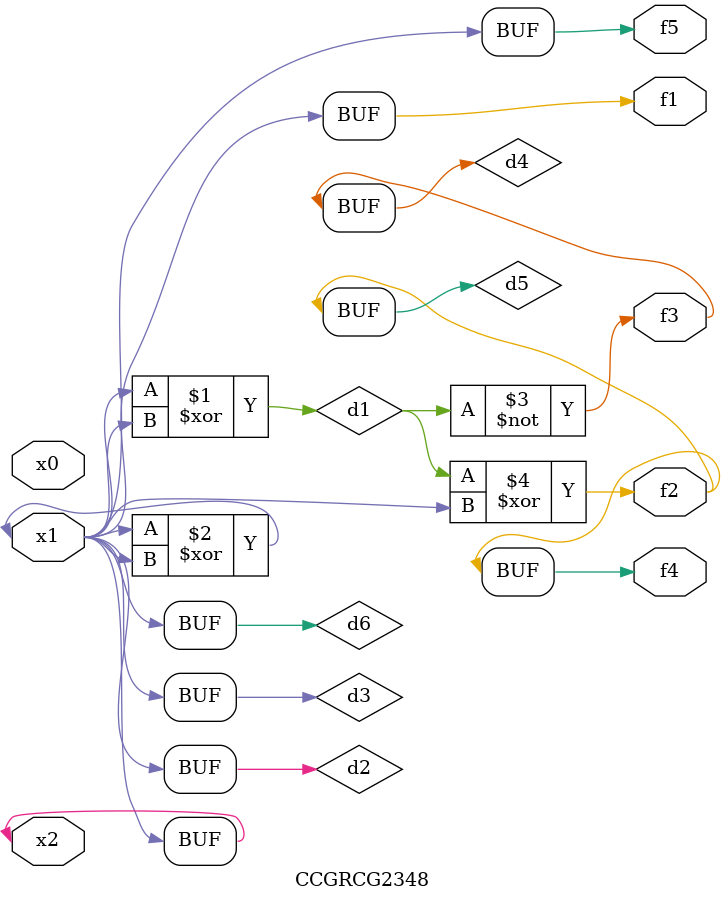
<source format=v>
module CCGRCG2348(
	input x0, x1, x2,
	output f1, f2, f3, f4, f5
);

	wire d1, d2, d3, d4, d5, d6;

	xor (d1, x1, x2);
	buf (d2, x1, x2);
	xor (d3, x1, x2);
	nor (d4, d1);
	xor (d5, d1, d2);
	buf (d6, d2, d3);
	assign f1 = d6;
	assign f2 = d5;
	assign f3 = d4;
	assign f4 = d5;
	assign f5 = d6;
endmodule

</source>
